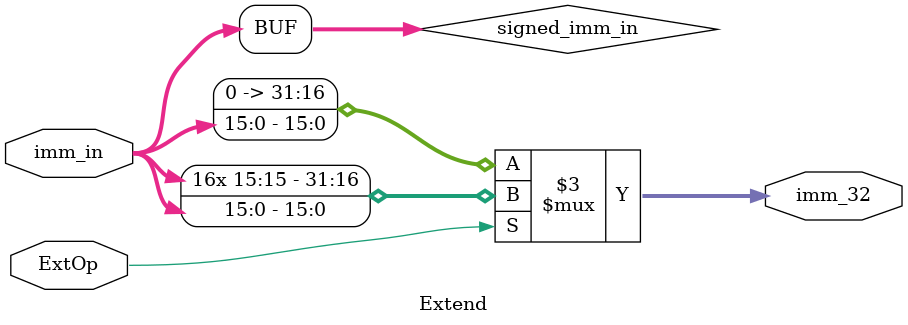
<source format=v>
module Extend # (
    parameter in_size = 16 
) (
    input ExtOp,
    input [in_size - 1:0] imm_in,
    output reg [31:0] imm_32
);
    wire signed [in_size - 1:0] signed_imm_in = imm_in;
    always @(ExtOp or imm_in) begin
        if (ExtOp) imm_32 = signed_imm_in;
        else imm_32 = imm_in;
    end

endmodule
</source>
